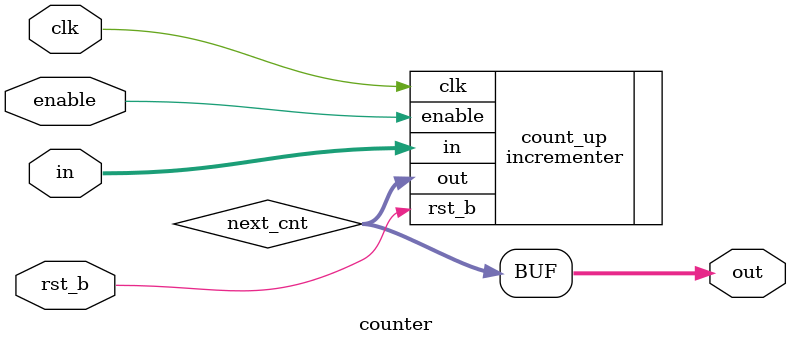
<source format=v>
`timescale 1ns / 1ps

module counter #(
    parameter WIDTH = 2
) (
    input  wire                 clk,
    input  wire                 rst_b,
    input  wire                 enable,
    input  wire [WIDTH - 1 : 0] in,
    output wire [WIDTH - 1 : 0] out
);

    wire [WIDTH - 1 : 0] next_cnt;

    incrementer #(
        .WIDTH(WIDTH)
    ) count_up (
        .clk(clk),
        .rst_b(rst_b),
        .enable(enable),
        .in(in),
        .out(next_cnt)
    );

    assign out = next_cnt;

endmodule

</source>
